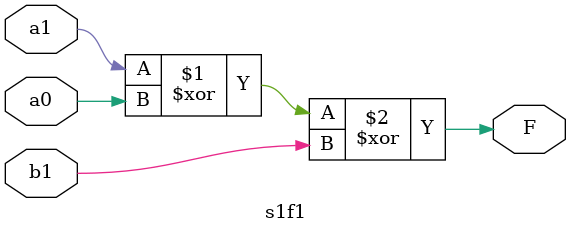
<source format=v>
module s1f1(a1, a0, b1, F);
	input a1, a0, b1;
	output F;
	
	assign F = a1^a0^b1;
endmodule
</source>
